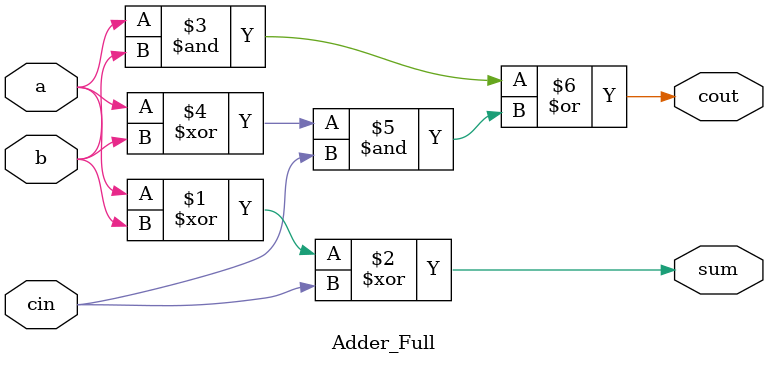
<source format=v>


module Adder_Full
(
	input  a    ,     	
	input  b    ,		
	input  cin  ,		
	output sum  ,		
	output cout		
);

	assign sum = (a^b) ^ cin;
	assign cout = (a&b) | ((a^b) & cin);
    
endmodule

// instantiation
/*  

Adder_Full Adder_Full_inst
(
	.a    (a   ),     	
	.b    (b   ),		
	.cin  (cin ),		
	.sum  (sum ),		
	.cout (cout)		
);


*/
</source>
